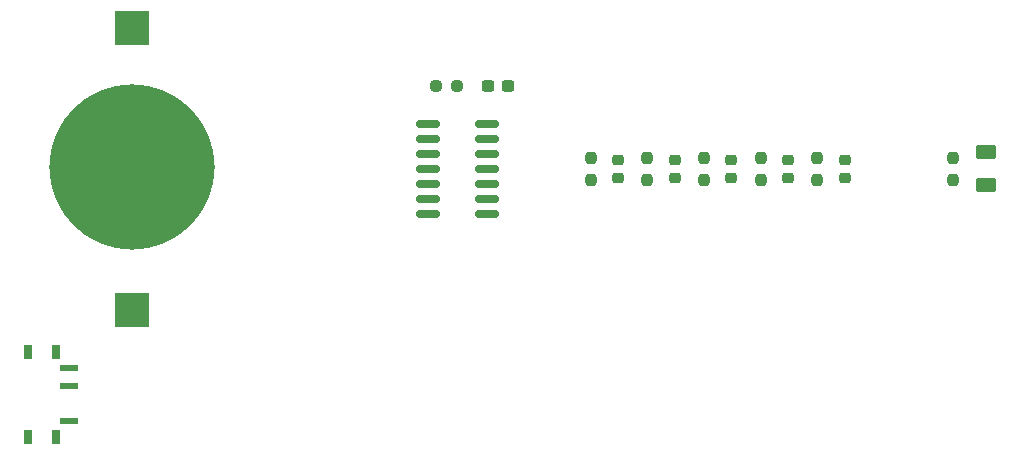
<source format=gbp>
G04 #@! TF.GenerationSoftware,KiCad,Pcbnew,7.0.1*
G04 #@! TF.CreationDate,2023-04-27T09:36:03+02:00*
G04 #@! TF.ProjectId,ET-Abschlussgadget_2023-rounded,45542d41-6273-4636-986c-757373676164,rev?*
G04 #@! TF.SameCoordinates,Original*
G04 #@! TF.FileFunction,Paste,Bot*
G04 #@! TF.FilePolarity,Positive*
%FSLAX46Y46*%
G04 Gerber Fmt 4.6, Leading zero omitted, Abs format (unit mm)*
G04 Created by KiCad (PCBNEW 7.0.1) date 2023-04-27 09:36:03*
%MOMM*%
%LPD*%
G01*
G04 APERTURE LIST*
G04 Aperture macros list*
%AMRoundRect*
0 Rectangle with rounded corners*
0 $1 Rounding radius*
0 $2 $3 $4 $5 $6 $7 $8 $9 X,Y pos of 4 corners*
0 Add a 4 corners polygon primitive as box body*
4,1,4,$2,$3,$4,$5,$6,$7,$8,$9,$2,$3,0*
0 Add four circle primitives for the rounded corners*
1,1,$1+$1,$2,$3*
1,1,$1+$1,$4,$5*
1,1,$1+$1,$6,$7*
1,1,$1+$1,$8,$9*
0 Add four rect primitives between the rounded corners*
20,1,$1+$1,$2,$3,$4,$5,0*
20,1,$1+$1,$4,$5,$6,$7,0*
20,1,$1+$1,$6,$7,$8,$9,0*
20,1,$1+$1,$8,$9,$2,$3,0*%
G04 Aperture macros list end*
%ADD10RoundRect,0.218750X0.256250X-0.218750X0.256250X0.218750X-0.256250X0.218750X-0.256250X-0.218750X0*%
%ADD11RoundRect,0.237500X-0.237500X0.250000X-0.237500X-0.250000X0.237500X-0.250000X0.237500X0.250000X0*%
%ADD12R,3.000000X3.000000*%
%ADD13C,14.000000*%
%ADD14RoundRect,0.250000X0.625000X-0.375000X0.625000X0.375000X-0.625000X0.375000X-0.625000X-0.375000X0*%
%ADD15R,1.520000X0.600000*%
%ADD16R,0.700000X1.200000*%
%ADD17RoundRect,0.237500X0.250000X0.237500X-0.250000X0.237500X-0.250000X-0.237500X0.250000X-0.237500X0*%
%ADD18RoundRect,0.150000X0.825000X0.150000X-0.825000X0.150000X-0.825000X-0.150000X0.825000X-0.150000X0*%
%ADD19RoundRect,0.237500X-0.300000X-0.237500X0.300000X-0.237500X0.300000X0.237500X-0.300000X0.237500X0*%
%ADD20RoundRect,0.237500X0.237500X-0.250000X0.237500X0.250000X-0.237500X0.250000X-0.237500X-0.250000X0*%
G04 APERTURE END LIST*
D10*
G04 #@! TO.C,D3*
X166500000Y-108787500D03*
X166500000Y-107212500D03*
G04 #@! TD*
D11*
G04 #@! TO.C,R1*
X180500000Y-107087500D03*
X180500000Y-108912500D03*
G04 #@! TD*
D12*
G04 #@! TO.C,BT1*
X111000000Y-119900000D03*
X111000000Y-96100000D03*
D13*
X111000000Y-107870000D03*
G04 #@! TD*
D14*
G04 #@! TO.C,D1*
X183300000Y-109400000D03*
X183300000Y-106600000D03*
G04 #@! TD*
D11*
G04 #@! TO.C,R7*
X149800000Y-107087500D03*
X149800000Y-108912500D03*
G04 #@! TD*
D15*
G04 #@! TO.C,SW1*
X105597500Y-129350000D03*
X105597500Y-126350000D03*
X105597500Y-124850000D03*
D16*
X102197500Y-130700000D03*
X104497500Y-130700000D03*
X102197500Y-123500000D03*
X104497500Y-123500000D03*
G04 #@! TD*
D11*
G04 #@! TO.C,R2*
X169000000Y-107087500D03*
X169000000Y-108912500D03*
G04 #@! TD*
D10*
G04 #@! TO.C,D4*
X161700000Y-108787500D03*
X161700000Y-107212500D03*
G04 #@! TD*
D11*
G04 #@! TO.C,R6*
X154600000Y-107087500D03*
X154600000Y-108912500D03*
G04 #@! TD*
D17*
G04 #@! TO.C,R5*
X138512500Y-101000000D03*
X136687500Y-101000000D03*
G04 #@! TD*
D10*
G04 #@! TO.C,D6*
X152080000Y-108787500D03*
X152080000Y-107212500D03*
G04 #@! TD*
G04 #@! TO.C,D2*
X171300000Y-108787500D03*
X171300000Y-107212500D03*
G04 #@! TD*
D18*
G04 #@! TO.C,U1*
X141000000Y-104190000D03*
X141000000Y-105460000D03*
X141000000Y-106730000D03*
X141000000Y-108000000D03*
X141000000Y-109270000D03*
X141000000Y-110540000D03*
X141000000Y-111810000D03*
X136050000Y-111810000D03*
X136050000Y-110540000D03*
X136050000Y-109270000D03*
X136050000Y-108000000D03*
X136050000Y-106730000D03*
X136050000Y-105460000D03*
X136050000Y-104190000D03*
G04 #@! TD*
D10*
G04 #@! TO.C,D5*
X156900000Y-108787500D03*
X156900000Y-107212500D03*
G04 #@! TD*
D19*
G04 #@! TO.C,C1*
X141075000Y-101000000D03*
X142800000Y-101000000D03*
G04 #@! TD*
D20*
G04 #@! TO.C,R4*
X159400000Y-108912500D03*
X159400000Y-107087500D03*
G04 #@! TD*
G04 #@! TO.C,R3*
X164200000Y-108912500D03*
X164200000Y-107087500D03*
G04 #@! TD*
M02*

</source>
